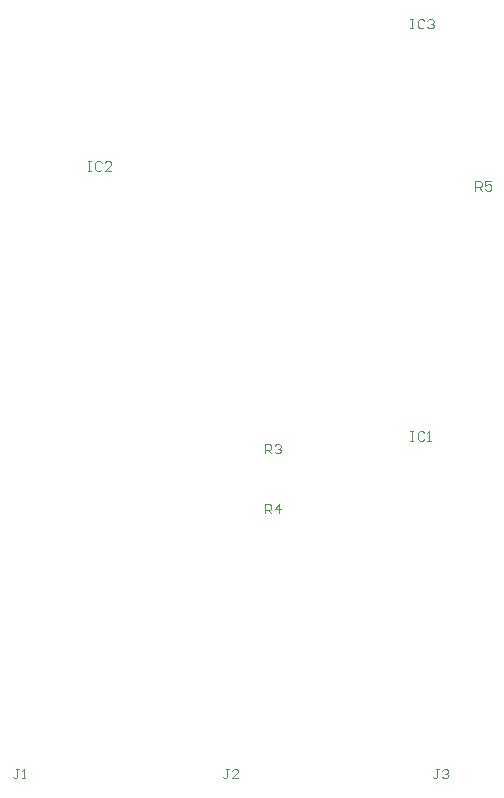
<source format=gto>
G04*
G04 #@! TF.GenerationSoftware,Altium Limited,Altium Designer,19.1.7 (138)*
G04*
G04 Layer_Color=65535*
%FSLAX25Y25*%
%MOIN*%
G70*
G01*
G75*
%ADD10C,0.00394*%
D10*
X186800Y218426D02*
Y221575D01*
X188374D01*
X188899Y221050D01*
Y220000D01*
X188374Y219476D01*
X186800D01*
X187849D02*
X188899Y218426D01*
X192048Y221575D02*
X189949D01*
Y220000D01*
X190998Y220525D01*
X191523D01*
X192048Y220000D01*
Y218951D01*
X191523Y218426D01*
X190473D01*
X189949Y218951D01*
X116700Y110826D02*
Y113975D01*
X118274D01*
X118799Y113450D01*
Y112400D01*
X118274Y111875D01*
X116700D01*
X117750D02*
X118799Y110826D01*
X121423D02*
Y113975D01*
X119849Y112400D01*
X121948D01*
X116700Y130826D02*
Y133975D01*
X118274D01*
X118799Y133450D01*
Y132400D01*
X118274Y131876D01*
X116700D01*
X117750D02*
X118799Y130826D01*
X119849Y133450D02*
X120373Y133975D01*
X121423D01*
X121948Y133450D01*
Y132925D01*
X121423Y132400D01*
X120898D01*
X121423D01*
X121948Y131876D01*
Y131351D01*
X121423Y130826D01*
X120373D01*
X119849Y131351D01*
X174599Y25649D02*
X173549D01*
X174074D01*
Y23025D01*
X173549Y22500D01*
X173025D01*
X172500Y23025D01*
X175649Y25124D02*
X176173Y25649D01*
X177223D01*
X177748Y25124D01*
Y24599D01*
X177223Y24074D01*
X176698D01*
X177223D01*
X177748Y23550D01*
Y23025D01*
X177223Y22500D01*
X176173D01*
X175649Y23025D01*
X104599Y25649D02*
X103550D01*
X104074D01*
Y23025D01*
X103550Y22500D01*
X103025D01*
X102500Y23025D01*
X107748Y22500D02*
X105649D01*
X107748Y24599D01*
Y25124D01*
X107223Y25649D01*
X106173D01*
X105649Y25124D01*
X34599Y25649D02*
X33549D01*
X34074D01*
Y23025D01*
X33549Y22500D01*
X33025D01*
X32500Y23025D01*
X35649Y22500D02*
X36698D01*
X36173D01*
Y25649D01*
X35649Y25124D01*
X165000Y275649D02*
X166050D01*
X165525D01*
Y272500D01*
X165000D01*
X166050D01*
X169723Y275124D02*
X169198Y275649D01*
X168149D01*
X167624Y275124D01*
Y273025D01*
X168149Y272500D01*
X169198D01*
X169723Y273025D01*
X170772Y275124D02*
X171297Y275649D01*
X172347D01*
X172871Y275124D01*
Y274599D01*
X172347Y274074D01*
X171822D01*
X172347D01*
X172871Y273550D01*
Y273025D01*
X172347Y272500D01*
X171297D01*
X170772Y273025D01*
X165000Y138149D02*
X166050D01*
X165525D01*
Y135000D01*
X165000D01*
X166050D01*
X169723Y137624D02*
X169198Y138149D01*
X168149D01*
X167624Y137624D01*
Y135525D01*
X168149Y135000D01*
X169198D01*
X169723Y135525D01*
X170772Y135000D02*
X171822D01*
X171297D01*
Y138149D01*
X170772Y137624D01*
X57500Y228149D02*
X58549D01*
X58025D01*
Y225000D01*
X57500D01*
X58549D01*
X62223Y227624D02*
X61698Y228149D01*
X60649D01*
X60124Y227624D01*
Y225525D01*
X60649Y225000D01*
X61698D01*
X62223Y225525D01*
X65372Y225000D02*
X63272D01*
X65372Y227099D01*
Y227624D01*
X64847Y228149D01*
X63797D01*
X63272Y227624D01*
M02*

</source>
